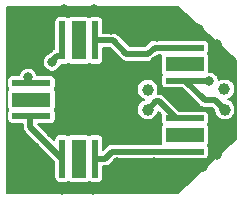
<source format=gbr>
%TF.GenerationSoftware,KiCad,Pcbnew,(5.1.9)-1*%
%TF.CreationDate,2021-08-28T05:28:07+03:00*%
%TF.ProjectId,LED_Head_001,4c45445f-4865-4616-945f-3030312e6b69,rev?*%
%TF.SameCoordinates,Original*%
%TF.FileFunction,Copper,L1,Top*%
%TF.FilePolarity,Positive*%
%FSLAX46Y46*%
G04 Gerber Fmt 4.6, Leading zero omitted, Abs format (unit mm)*
G04 Created by KiCad (PCBNEW (5.1.9)-1) date 2021-08-28 05:28:07*
%MOMM*%
%LPD*%
G01*
G04 APERTURE LIST*
%TA.AperFunction,SMDPad,CuDef*%
%ADD10R,3.300000X0.500000*%
%TD*%
%TA.AperFunction,SMDPad,CuDef*%
%ADD11R,3.300000X1.300000*%
%TD*%
%TA.AperFunction,SMDPad,CuDef*%
%ADD12R,1.300000X3.300000*%
%TD*%
%TA.AperFunction,SMDPad,CuDef*%
%ADD13R,0.500000X3.300000*%
%TD*%
%TA.AperFunction,ComponentPad*%
%ADD14C,1.000000*%
%TD*%
%TA.AperFunction,ComponentPad*%
%ADD15C,1.400000*%
%TD*%
%TA.AperFunction,ComponentPad*%
%ADD16C,1.900000*%
%TD*%
%TA.AperFunction,ViaPad*%
%ADD17C,0.800000*%
%TD*%
%TA.AperFunction,Conductor*%
%ADD18C,0.500000*%
%TD*%
%TA.AperFunction,Conductor*%
%ADD19C,0.200000*%
%TD*%
%TA.AperFunction,Conductor*%
%ADD20C,0.100000*%
%TD*%
G04 APERTURE END LIST*
D10*
%TO.P,D1,2*%
%TO.N,Net-(D1-Pad2)*%
X-17841700Y1400000D03*
%TO.P,D1,1*%
%TO.N,Net-(D1-Pad1)*%
X-17841700Y-1400000D03*
D11*
%TO.P,D1,3*%
%TO.N,N/C*%
X-17841700Y0D03*
%TD*%
%TO.P,D2,3*%
%TO.N,N/C*%
X-4841700Y3000000D03*
D10*
%TO.P,D2,1*%
%TO.N,Net-(D2-Pad1)*%
X-4841700Y4400000D03*
%TO.P,D2,2*%
%TO.N,Net-(C2-Pad1)*%
X-4841700Y1600000D03*
%TD*%
D12*
%TO.P,D3,3*%
%TO.N,N/C*%
X-13841700Y-5000000D03*
D13*
%TO.P,D3,1*%
%TO.N,Net-(D3-Pad1)*%
X-12441700Y-5000000D03*
%TO.P,D3,2*%
%TO.N,Net-(D1-Pad1)*%
X-15241700Y-5000000D03*
%TD*%
%TO.P,D4,2*%
%TO.N,Net-(D2-Pad1)*%
X-12441700Y5000000D03*
%TO.P,D4,1*%
%TO.N,Net-(D4-Pad1)*%
X-15241700Y5000000D03*
D12*
%TO.P,D4,3*%
%TO.N,N/C*%
X-13841700Y5000000D03*
%TD*%
D10*
%TO.P,D5,2*%
%TO.N,Net-(D3-Pad1)*%
X-4841700Y-4400000D03*
%TO.P,D5,1*%
%TO.N,Net-(C1-Pad2)*%
X-4841700Y-1600000D03*
D11*
%TO.P,D5,3*%
%TO.N,N/C*%
X-4841700Y-3000000D03*
%TD*%
D14*
%TO.P,J1,1*%
%TO.N,Net-(C1-Pad1)*%
X-8000000Y850000D03*
%TD*%
%TO.P,J2,1*%
%TO.N,Net-(C1-Pad2)*%
X-8000000Y-850000D03*
%TD*%
D15*
%TO.P,J3,1*%
%TO.N,GND*%
X-5700000Y7200000D03*
%TD*%
%TO.P,J4,1*%
%TO.N,GND*%
X-1175000Y3025000D03*
%TD*%
D16*
%TO.P,J5,1*%
%TO.N,GND*%
X-18341700Y6000000D03*
%TD*%
%TO.P,J6,1*%
%TO.N,GND*%
X-9091700Y-6250000D03*
%TD*%
%TO.P,J7,1*%
%TO.N,GND*%
X-9091700Y6250000D03*
%TD*%
%TO.P,J8,1*%
%TO.N,GND*%
X-18341700Y-6000000D03*
%TD*%
D15*
%TO.P,J9,1*%
%TO.N,GND*%
X-5700000Y-7200000D03*
%TD*%
%TO.P,J10,1*%
%TO.N,GND*%
X-1175000Y-3025000D03*
%TD*%
D14*
%TO.P,J11,1*%
%TO.N,Net-(C2-Pad1)*%
X-1475000Y-850000D03*
%TD*%
%TO.P,J12,1*%
%TO.N,Net-(C2-Pad2)*%
X-1500000Y875000D03*
%TD*%
D17*
%TO.N,Net-(D4-Pad1)*%
X-16100000Y3175000D03*
%TO.N,GND*%
X-10575000Y-5325000D03*
X-10550000Y-3450000D03*
X-7400000Y-3325000D03*
X-7475000Y-5275000D03*
X-16150000Y-2825000D03*
X-17525000Y-4050000D03*
X-11150000Y5900000D03*
X-11325000Y4025000D03*
X-7350000Y3250000D03*
X-7250000Y5275000D03*
X-16450000Y5300000D03*
X-12525000Y7650000D03*
X-15075000Y7650000D03*
X-15225000Y-7700000D03*
X-12625000Y-7675000D03*
X-4700000Y-200000D03*
X-8575000Y2050000D03*
X-8650000Y-2225000D03*
X-5900000Y-75000D03*
X-13400000Y2400000D03*
X-13550000Y-2450000D03*
X-2175000Y4700000D03*
X-3675000Y5975000D03*
X-3350000Y-5675000D03*
X-2150000Y-4675000D03*
%TO.N,Net-(C2-Pad1)*%
X-2800000Y1575000D03*
%TO.N,Net-(D1-Pad2)*%
X-18125000Y1900000D03*
%TD*%
D18*
%TO.N,Net-(C1-Pad2)*%
X-4825000Y-1583300D02*
X-4841700Y-1600000D01*
X-4841700Y-1600000D02*
X-5625000Y-1600000D01*
X-5625000Y-1600000D02*
X-7075000Y-150000D01*
X-7300000Y-150000D02*
X-8000000Y-850000D01*
X-7075000Y-150000D02*
X-7300000Y-150000D01*
%TO.N,Net-(D1-Pad1)*%
X-17925000Y-1483300D02*
X-17841700Y-1400000D01*
X-17925000Y-2325000D02*
X-17925000Y-1483300D01*
X-15250000Y-5000000D02*
X-17925000Y-2325000D01*
X-15241700Y-5000000D02*
X-15250000Y-5000000D01*
%TO.N,Net-(D2-Pad1)*%
X-4841700Y4400000D02*
X-7425000Y4400000D01*
X-7425000Y4400000D02*
X-7975000Y3850000D01*
X-7975000Y3850000D02*
X-9800000Y3850000D01*
X-10950000Y5000000D02*
X-12441700Y5000000D01*
X-9800000Y3850000D02*
X-10950000Y5000000D01*
%TO.N,Net-(D3-Pad1)*%
X-4841700Y-4400000D02*
X-11000000Y-4400000D01*
X-11600000Y-5000000D02*
X-12441700Y-5000000D01*
X-11000000Y-4400000D02*
X-11600000Y-5000000D01*
%TO.N,Net-(D4-Pad1)*%
X-15241700Y3650000D02*
X-15675000Y3650000D01*
X-16100000Y3200000D02*
X-16100000Y3175000D01*
X-15700000Y3650000D02*
X-16000000Y3350000D01*
%TO.N,Net-(C2-Pad1)*%
X-1475000Y-850000D02*
X-2275000Y-50000D01*
X-3191700Y-50000D02*
X-4841700Y1600000D01*
X-2275000Y-50000D02*
X-3191700Y-50000D01*
X-4816700Y1575000D02*
X-4841700Y1600000D01*
X-2800000Y1575000D02*
X-4816700Y1575000D01*
%TO.N,Net-(D1-Pad2)*%
X-17875000Y1433300D02*
X-17841700Y1400000D01*
X-18100000Y1900000D02*
X-18100000Y1433300D01*
%TD*%
D19*
%TO.N,GND*%
X-558299Y3364128D02*
X-558300Y-3364129D01*
X-5448677Y-7875000D01*
X-19916700Y-7875000D01*
X-19916700Y1650000D01*
X-19893635Y1650000D01*
X-19893635Y1150000D01*
X-19885912Y1071586D01*
X-19863040Y996186D01*
X-19825897Y926697D01*
X-19803987Y900000D01*
X-19825897Y873303D01*
X-19863040Y803814D01*
X-19885912Y728414D01*
X-19893635Y650000D01*
X-19893635Y-650000D01*
X-19885912Y-728414D01*
X-19863040Y-803814D01*
X-19825897Y-873303D01*
X-19803987Y-900000D01*
X-19825897Y-926697D01*
X-19863040Y-996186D01*
X-19885912Y-1071586D01*
X-19893635Y-1150000D01*
X-19893635Y-1650000D01*
X-19885912Y-1728414D01*
X-19863040Y-1803814D01*
X-19825897Y-1873303D01*
X-19775911Y-1934211D01*
X-19715003Y-1984197D01*
X-19645514Y-2021340D01*
X-19570114Y-2044212D01*
X-19491700Y-2051935D01*
X-18575000Y-2051935D01*
X-18575000Y-2293079D01*
X-18578144Y-2325000D01*
X-18575000Y-2356921D01*
X-18575000Y-2356931D01*
X-18565595Y-2452421D01*
X-18528427Y-2574947D01*
X-18468070Y-2687868D01*
X-18417631Y-2749328D01*
X-18386843Y-2786843D01*
X-18362038Y-2807200D01*
X-15893635Y-5275604D01*
X-15893635Y-6650000D01*
X-15885912Y-6728414D01*
X-15863040Y-6803814D01*
X-15825897Y-6873303D01*
X-15775911Y-6934211D01*
X-15715003Y-6984197D01*
X-15645514Y-7021340D01*
X-15570114Y-7044212D01*
X-15491700Y-7051935D01*
X-14991700Y-7051935D01*
X-14913286Y-7044212D01*
X-14837886Y-7021340D01*
X-14768397Y-6984197D01*
X-14741700Y-6962287D01*
X-14715003Y-6984197D01*
X-14645514Y-7021340D01*
X-14570114Y-7044212D01*
X-14491700Y-7051935D01*
X-13191700Y-7051935D01*
X-13113286Y-7044212D01*
X-13037886Y-7021340D01*
X-12968397Y-6984197D01*
X-12941700Y-6962287D01*
X-12915003Y-6984197D01*
X-12845514Y-7021340D01*
X-12770114Y-7044212D01*
X-12691700Y-7051935D01*
X-12191700Y-7051935D01*
X-12113286Y-7044212D01*
X-12037886Y-7021340D01*
X-11968397Y-6984197D01*
X-11907489Y-6934211D01*
X-11857503Y-6873303D01*
X-11820360Y-6803814D01*
X-11797488Y-6728414D01*
X-11789765Y-6650000D01*
X-11789765Y-5650000D01*
X-11631921Y-5650000D01*
X-11600000Y-5653144D01*
X-11568079Y-5650000D01*
X-11568068Y-5650000D01*
X-11472578Y-5640595D01*
X-11350052Y-5603427D01*
X-11237132Y-5543070D01*
X-11138157Y-5461843D01*
X-11117800Y-5437038D01*
X-10730761Y-5050000D01*
X-6511347Y-5050000D01*
X-6491700Y-5051935D01*
X-3191700Y-5051935D01*
X-3113286Y-5044212D01*
X-3037886Y-5021340D01*
X-2968397Y-4984197D01*
X-2907489Y-4934211D01*
X-2857503Y-4873303D01*
X-2820360Y-4803814D01*
X-2797488Y-4728414D01*
X-2789765Y-4650000D01*
X-2789765Y-4150000D01*
X-2797488Y-4071586D01*
X-2820360Y-3996186D01*
X-2857503Y-3926697D01*
X-2879413Y-3900000D01*
X-2857503Y-3873303D01*
X-2820360Y-3803814D01*
X-2797488Y-3728414D01*
X-2789765Y-3650000D01*
X-2789765Y-2350000D01*
X-2797488Y-2271586D01*
X-2820360Y-2196186D01*
X-2857503Y-2126697D01*
X-2879413Y-2100000D01*
X-2857503Y-2073303D01*
X-2820360Y-2003814D01*
X-2797488Y-1928414D01*
X-2789765Y-1850000D01*
X-2789765Y-1350000D01*
X-2797488Y-1271586D01*
X-2820360Y-1196186D01*
X-2857503Y-1126697D01*
X-2907489Y-1065789D01*
X-2968397Y-1015803D01*
X-3037886Y-978660D01*
X-3113286Y-955788D01*
X-3191700Y-948065D01*
X-4679913Y-948065D01*
X-4697579Y-942706D01*
X-4825001Y-930156D01*
X-4952422Y-942706D01*
X-4970088Y-948065D01*
X-5357697Y-948065D01*
X-6592800Y287038D01*
X-6613157Y311843D01*
X-6712132Y393070D01*
X-6825052Y453427D01*
X-6947578Y490595D01*
X-7043068Y500000D01*
X-7043079Y500000D01*
X-7075000Y503144D01*
X-7106921Y500000D01*
X-7170821Y500000D01*
X-7134586Y587480D01*
X-7100000Y761358D01*
X-7100000Y938642D01*
X-7134586Y1112520D01*
X-7202430Y1276310D01*
X-7300924Y1423717D01*
X-7426283Y1549076D01*
X-7573690Y1647570D01*
X-7737480Y1715414D01*
X-7911358Y1750000D01*
X-8088642Y1750000D01*
X-8262520Y1715414D01*
X-8426310Y1647570D01*
X-8573717Y1549076D01*
X-8699076Y1423717D01*
X-8797570Y1276310D01*
X-8865414Y1112520D01*
X-8900000Y938642D01*
X-8900000Y761358D01*
X-8865414Y587480D01*
X-8797570Y423690D01*
X-8699076Y276283D01*
X-8573717Y150924D01*
X-8426310Y52430D01*
X-8299733Y0D01*
X-8426310Y-52430D01*
X-8573717Y-150924D01*
X-8699076Y-276283D01*
X-8797570Y-423690D01*
X-8865414Y-587480D01*
X-8900000Y-761358D01*
X-8900000Y-938642D01*
X-8865414Y-1112520D01*
X-8797570Y-1276310D01*
X-8699076Y-1423717D01*
X-8573717Y-1549076D01*
X-8426310Y-1647570D01*
X-8262520Y-1715414D01*
X-8088642Y-1750000D01*
X-7911358Y-1750000D01*
X-7737480Y-1715414D01*
X-7573690Y-1647570D01*
X-7426283Y-1549076D01*
X-7300924Y-1423717D01*
X-7202430Y-1276310D01*
X-7134586Y-1112520D01*
X-7117519Y-1026719D01*
X-6882826Y-1261412D01*
X-6885912Y-1271586D01*
X-6893635Y-1350000D01*
X-6893635Y-1850000D01*
X-6885912Y-1928414D01*
X-6863040Y-2003814D01*
X-6825897Y-2073303D01*
X-6803987Y-2100000D01*
X-6825897Y-2126697D01*
X-6863040Y-2196186D01*
X-6885912Y-2271586D01*
X-6893635Y-2350000D01*
X-6893635Y-3650000D01*
X-6885912Y-3728414D01*
X-6879364Y-3750000D01*
X-10968080Y-3750000D01*
X-11000001Y-3746856D01*
X-11031922Y-3750000D01*
X-11031932Y-3750000D01*
X-11127422Y-3759405D01*
X-11249948Y-3796573D01*
X-11362868Y-3856930D01*
X-11362870Y-3856931D01*
X-11362869Y-3856931D01*
X-11437041Y-3917802D01*
X-11437043Y-3917804D01*
X-11461843Y-3938157D01*
X-11482196Y-3962957D01*
X-11789765Y-4270527D01*
X-11789765Y-3350000D01*
X-11797488Y-3271586D01*
X-11820360Y-3196186D01*
X-11857503Y-3126697D01*
X-11907489Y-3065789D01*
X-11968397Y-3015803D01*
X-12037886Y-2978660D01*
X-12113286Y-2955788D01*
X-12191700Y-2948065D01*
X-12691700Y-2948065D01*
X-12770114Y-2955788D01*
X-12845514Y-2978660D01*
X-12915003Y-3015803D01*
X-12941700Y-3037713D01*
X-12968397Y-3015803D01*
X-13037886Y-2978660D01*
X-13113286Y-2955788D01*
X-13191700Y-2948065D01*
X-14491700Y-2948065D01*
X-14570114Y-2955788D01*
X-14645514Y-2978660D01*
X-14715003Y-3015803D01*
X-14741700Y-3037713D01*
X-14768397Y-3015803D01*
X-14837886Y-2978660D01*
X-14913286Y-2955788D01*
X-14991700Y-2948065D01*
X-15491700Y-2948065D01*
X-15570114Y-2955788D01*
X-15645514Y-2978660D01*
X-15715003Y-3015803D01*
X-15775911Y-3065789D01*
X-15825897Y-3126697D01*
X-15863040Y-3196186D01*
X-15885912Y-3271586D01*
X-15893635Y-3350000D01*
X-15893635Y-3437126D01*
X-17275000Y-2055762D01*
X-17275000Y-2051935D01*
X-16191700Y-2051935D01*
X-16113286Y-2044212D01*
X-16037886Y-2021340D01*
X-15968397Y-1984197D01*
X-15907489Y-1934211D01*
X-15857503Y-1873303D01*
X-15820360Y-1803814D01*
X-15797488Y-1728414D01*
X-15789765Y-1650000D01*
X-15789765Y-1150000D01*
X-15797488Y-1071586D01*
X-15820360Y-996186D01*
X-15857503Y-926697D01*
X-15879413Y-900000D01*
X-15857503Y-873303D01*
X-15820360Y-803814D01*
X-15797488Y-728414D01*
X-15789765Y-650000D01*
X-15789765Y650000D01*
X-15797488Y728414D01*
X-15820360Y803814D01*
X-15857503Y873303D01*
X-15879413Y900000D01*
X-15857503Y926697D01*
X-15820360Y996186D01*
X-15797488Y1071586D01*
X-15789765Y1150000D01*
X-15789765Y1650000D01*
X-15797488Y1728414D01*
X-15820360Y1803814D01*
X-15857503Y1873303D01*
X-15907489Y1934211D01*
X-15968397Y1984197D01*
X-16037886Y2021340D01*
X-16113286Y2044212D01*
X-16191700Y2051935D01*
X-17339549Y2051935D01*
X-17355743Y2133351D01*
X-17416049Y2278942D01*
X-17503599Y2409970D01*
X-17615030Y2521401D01*
X-17746058Y2608951D01*
X-17891649Y2669257D01*
X-18046207Y2700000D01*
X-18203793Y2700000D01*
X-18358351Y2669257D01*
X-18503942Y2608951D01*
X-18634970Y2521401D01*
X-18746401Y2409970D01*
X-18833951Y2278942D01*
X-18894257Y2133351D01*
X-18910451Y2051935D01*
X-19491700Y2051935D01*
X-19570114Y2044212D01*
X-19645514Y2021340D01*
X-19715003Y1984197D01*
X-19775911Y1934211D01*
X-19825897Y1873303D01*
X-19863040Y1803814D01*
X-19885912Y1728414D01*
X-19893635Y1650000D01*
X-19916700Y1650000D01*
X-19916700Y3253793D01*
X-16900000Y3253793D01*
X-16900000Y3096207D01*
X-16869257Y2941649D01*
X-16808951Y2796058D01*
X-16721401Y2665030D01*
X-16609970Y2553599D01*
X-16478942Y2466049D01*
X-16333351Y2405743D01*
X-16178793Y2375000D01*
X-16021207Y2375000D01*
X-15866649Y2405743D01*
X-15721058Y2466049D01*
X-15590030Y2553599D01*
X-15478599Y2665030D01*
X-15391049Y2796058D01*
X-15330743Y2941649D01*
X-15329467Y2948065D01*
X-14991700Y2948065D01*
X-14913286Y2955788D01*
X-14837886Y2978660D01*
X-14768397Y3015803D01*
X-14741700Y3037713D01*
X-14715003Y3015803D01*
X-14645514Y2978660D01*
X-14570114Y2955788D01*
X-14491700Y2948065D01*
X-13191700Y2948065D01*
X-13113286Y2955788D01*
X-13037886Y2978660D01*
X-12968397Y3015803D01*
X-12941700Y3037713D01*
X-12915003Y3015803D01*
X-12845514Y2978660D01*
X-12770114Y2955788D01*
X-12691700Y2948065D01*
X-12191700Y2948065D01*
X-12113286Y2955788D01*
X-12037886Y2978660D01*
X-11968397Y3015803D01*
X-11907489Y3065789D01*
X-11857503Y3126697D01*
X-11820360Y3196186D01*
X-11797488Y3271586D01*
X-11789765Y3350000D01*
X-11789765Y4350000D01*
X-11219238Y4350000D01*
X-10282196Y3412957D01*
X-10261843Y3388157D01*
X-10237043Y3367804D01*
X-10237040Y3367801D01*
X-10162868Y3306930D01*
X-10049948Y3246573D01*
X-9927422Y3209405D01*
X-9831932Y3200000D01*
X-9831924Y3200000D01*
X-9800000Y3196856D01*
X-9768076Y3200000D01*
X-8006921Y3200000D01*
X-7975000Y3196856D01*
X-7943079Y3200000D01*
X-7943068Y3200000D01*
X-7847578Y3209405D01*
X-7725052Y3246573D01*
X-7612132Y3306930D01*
X-7513157Y3388157D01*
X-7492800Y3412962D01*
X-7155761Y3750000D01*
X-6879364Y3750000D01*
X-6885912Y3728414D01*
X-6893635Y3650000D01*
X-6893635Y2350000D01*
X-6885912Y2271586D01*
X-6863040Y2196186D01*
X-6825897Y2126697D01*
X-6803987Y2100000D01*
X-6825897Y2073303D01*
X-6863040Y2003814D01*
X-6885912Y1928414D01*
X-6893635Y1850000D01*
X-6893635Y1350000D01*
X-6885912Y1271586D01*
X-6863040Y1196186D01*
X-6825897Y1126697D01*
X-6775911Y1065789D01*
X-6715003Y1015803D01*
X-6645514Y978660D01*
X-6570114Y955788D01*
X-6491700Y948065D01*
X-5109003Y948065D01*
X-3673896Y-487043D01*
X-3653543Y-511843D01*
X-3628743Y-532196D01*
X-3628741Y-532198D01*
X-3575863Y-575593D01*
X-3554568Y-593070D01*
X-3441648Y-653427D01*
X-3319122Y-690595D01*
X-3223632Y-700000D01*
X-3223622Y-700000D01*
X-3191701Y-703144D01*
X-3159780Y-700000D01*
X-2544238Y-700000D01*
X-2375000Y-869238D01*
X-2375000Y-938642D01*
X-2340414Y-1112520D01*
X-2272570Y-1276310D01*
X-2174076Y-1423717D01*
X-2048717Y-1549076D01*
X-1901310Y-1647570D01*
X-1737520Y-1715414D01*
X-1563642Y-1750000D01*
X-1386358Y-1750000D01*
X-1212480Y-1715414D01*
X-1048690Y-1647570D01*
X-901283Y-1549076D01*
X-775924Y-1423717D01*
X-677430Y-1276310D01*
X-609586Y-1112520D01*
X-575000Y-938642D01*
X-575000Y-761358D01*
X-609586Y-587480D01*
X-677430Y-423690D01*
X-775924Y-276283D01*
X-901283Y-150924D01*
X-1048690Y-52430D01*
X-1212480Y15414D01*
X-1219864Y16883D01*
X-1073690Y77430D01*
X-926283Y175924D01*
X-800924Y301283D01*
X-702430Y448690D01*
X-634586Y612480D01*
X-600000Y786358D01*
X-600000Y963642D01*
X-634586Y1137520D01*
X-702430Y1301310D01*
X-800924Y1448717D01*
X-926283Y1574076D01*
X-1073690Y1672570D01*
X-1237480Y1740414D01*
X-1411358Y1775000D01*
X-1588642Y1775000D01*
X-1762520Y1740414D01*
X-1926310Y1672570D01*
X-2000000Y1623332D01*
X-2000000Y1653793D01*
X-2030743Y1808351D01*
X-2091049Y1953942D01*
X-2178599Y2084970D01*
X-2290030Y2196401D01*
X-2421058Y2283951D01*
X-2566649Y2344257D01*
X-2721207Y2375000D01*
X-2789765Y2375000D01*
X-2789765Y3650000D01*
X-2797488Y3728414D01*
X-2820360Y3803814D01*
X-2857503Y3873303D01*
X-2879413Y3900000D01*
X-2857503Y3926697D01*
X-2820360Y3996186D01*
X-2797488Y4071586D01*
X-2789765Y4150000D01*
X-2789765Y4650000D01*
X-2797488Y4728414D01*
X-2820360Y4803814D01*
X-2857503Y4873303D01*
X-2907489Y4934211D01*
X-2968397Y4984197D01*
X-3037886Y5021340D01*
X-3113286Y5044212D01*
X-3191700Y5051935D01*
X-6491700Y5051935D01*
X-6511347Y5050000D01*
X-7393080Y5050000D01*
X-7425001Y5053144D01*
X-7456922Y5050000D01*
X-7456932Y5050000D01*
X-7552422Y5040595D01*
X-7674948Y5003427D01*
X-7787868Y4943070D01*
X-7787870Y4943069D01*
X-7787869Y4943069D01*
X-7862041Y4882198D01*
X-7862043Y4882196D01*
X-7886843Y4861843D01*
X-7907196Y4837043D01*
X-8244238Y4500000D01*
X-9530761Y4500000D01*
X-10467800Y5437038D01*
X-10488157Y5461843D01*
X-10587132Y5543070D01*
X-10700052Y5603427D01*
X-10822578Y5640595D01*
X-10918068Y5650000D01*
X-10918079Y5650000D01*
X-10950000Y5653144D01*
X-10981921Y5650000D01*
X-11789765Y5650000D01*
X-11789765Y6650000D01*
X-11797488Y6728414D01*
X-11820360Y6803814D01*
X-11857503Y6873303D01*
X-11907489Y6934211D01*
X-11968397Y6984197D01*
X-12037886Y7021340D01*
X-12113286Y7044212D01*
X-12191700Y7051935D01*
X-12691700Y7051935D01*
X-12770114Y7044212D01*
X-12845514Y7021340D01*
X-12915003Y6984197D01*
X-12941700Y6962287D01*
X-12968397Y6984197D01*
X-13037886Y7021340D01*
X-13113286Y7044212D01*
X-13191700Y7051935D01*
X-14491700Y7051935D01*
X-14570114Y7044212D01*
X-14645514Y7021340D01*
X-14715003Y6984197D01*
X-14741700Y6962287D01*
X-14768397Y6984197D01*
X-14837886Y7021340D01*
X-14913286Y7044212D01*
X-14991700Y7051935D01*
X-15491700Y7051935D01*
X-15570114Y7044212D01*
X-15645514Y7021340D01*
X-15715003Y6984197D01*
X-15775911Y6934211D01*
X-15825897Y6873303D01*
X-15863040Y6803814D01*
X-15885912Y6728414D01*
X-15893635Y6650000D01*
X-15893635Y4270509D01*
X-15949948Y4253427D01*
X-16062868Y4193069D01*
X-16137040Y4132198D01*
X-16322903Y3946335D01*
X-16333351Y3944257D01*
X-16478942Y3883951D01*
X-16609970Y3796401D01*
X-16721401Y3684970D01*
X-16808951Y3553942D01*
X-16869257Y3408351D01*
X-16900000Y3253793D01*
X-19916700Y3253793D01*
X-19916700Y7875000D01*
X-5448677Y7875000D01*
X-558299Y3364128D01*
%TA.AperFunction,Conductor*%
D20*
G36*
X-558299Y3364128D02*
G01*
X-558300Y-3364129D01*
X-5448677Y-7875000D01*
X-19916700Y-7875000D01*
X-19916700Y1650000D01*
X-19893635Y1650000D01*
X-19893635Y1150000D01*
X-19885912Y1071586D01*
X-19863040Y996186D01*
X-19825897Y926697D01*
X-19803987Y900000D01*
X-19825897Y873303D01*
X-19863040Y803814D01*
X-19885912Y728414D01*
X-19893635Y650000D01*
X-19893635Y-650000D01*
X-19885912Y-728414D01*
X-19863040Y-803814D01*
X-19825897Y-873303D01*
X-19803987Y-900000D01*
X-19825897Y-926697D01*
X-19863040Y-996186D01*
X-19885912Y-1071586D01*
X-19893635Y-1150000D01*
X-19893635Y-1650000D01*
X-19885912Y-1728414D01*
X-19863040Y-1803814D01*
X-19825897Y-1873303D01*
X-19775911Y-1934211D01*
X-19715003Y-1984197D01*
X-19645514Y-2021340D01*
X-19570114Y-2044212D01*
X-19491700Y-2051935D01*
X-18575000Y-2051935D01*
X-18575000Y-2293079D01*
X-18578144Y-2325000D01*
X-18575000Y-2356921D01*
X-18575000Y-2356931D01*
X-18565595Y-2452421D01*
X-18528427Y-2574947D01*
X-18468070Y-2687868D01*
X-18417631Y-2749328D01*
X-18386843Y-2786843D01*
X-18362038Y-2807200D01*
X-15893635Y-5275604D01*
X-15893635Y-6650000D01*
X-15885912Y-6728414D01*
X-15863040Y-6803814D01*
X-15825897Y-6873303D01*
X-15775911Y-6934211D01*
X-15715003Y-6984197D01*
X-15645514Y-7021340D01*
X-15570114Y-7044212D01*
X-15491700Y-7051935D01*
X-14991700Y-7051935D01*
X-14913286Y-7044212D01*
X-14837886Y-7021340D01*
X-14768397Y-6984197D01*
X-14741700Y-6962287D01*
X-14715003Y-6984197D01*
X-14645514Y-7021340D01*
X-14570114Y-7044212D01*
X-14491700Y-7051935D01*
X-13191700Y-7051935D01*
X-13113286Y-7044212D01*
X-13037886Y-7021340D01*
X-12968397Y-6984197D01*
X-12941700Y-6962287D01*
X-12915003Y-6984197D01*
X-12845514Y-7021340D01*
X-12770114Y-7044212D01*
X-12691700Y-7051935D01*
X-12191700Y-7051935D01*
X-12113286Y-7044212D01*
X-12037886Y-7021340D01*
X-11968397Y-6984197D01*
X-11907489Y-6934211D01*
X-11857503Y-6873303D01*
X-11820360Y-6803814D01*
X-11797488Y-6728414D01*
X-11789765Y-6650000D01*
X-11789765Y-5650000D01*
X-11631921Y-5650000D01*
X-11600000Y-5653144D01*
X-11568079Y-5650000D01*
X-11568068Y-5650000D01*
X-11472578Y-5640595D01*
X-11350052Y-5603427D01*
X-11237132Y-5543070D01*
X-11138157Y-5461843D01*
X-11117800Y-5437038D01*
X-10730761Y-5050000D01*
X-6511347Y-5050000D01*
X-6491700Y-5051935D01*
X-3191700Y-5051935D01*
X-3113286Y-5044212D01*
X-3037886Y-5021340D01*
X-2968397Y-4984197D01*
X-2907489Y-4934211D01*
X-2857503Y-4873303D01*
X-2820360Y-4803814D01*
X-2797488Y-4728414D01*
X-2789765Y-4650000D01*
X-2789765Y-4150000D01*
X-2797488Y-4071586D01*
X-2820360Y-3996186D01*
X-2857503Y-3926697D01*
X-2879413Y-3900000D01*
X-2857503Y-3873303D01*
X-2820360Y-3803814D01*
X-2797488Y-3728414D01*
X-2789765Y-3650000D01*
X-2789765Y-2350000D01*
X-2797488Y-2271586D01*
X-2820360Y-2196186D01*
X-2857503Y-2126697D01*
X-2879413Y-2100000D01*
X-2857503Y-2073303D01*
X-2820360Y-2003814D01*
X-2797488Y-1928414D01*
X-2789765Y-1850000D01*
X-2789765Y-1350000D01*
X-2797488Y-1271586D01*
X-2820360Y-1196186D01*
X-2857503Y-1126697D01*
X-2907489Y-1065789D01*
X-2968397Y-1015803D01*
X-3037886Y-978660D01*
X-3113286Y-955788D01*
X-3191700Y-948065D01*
X-4679913Y-948065D01*
X-4697579Y-942706D01*
X-4825001Y-930156D01*
X-4952422Y-942706D01*
X-4970088Y-948065D01*
X-5357697Y-948065D01*
X-6592800Y287038D01*
X-6613157Y311843D01*
X-6712132Y393070D01*
X-6825052Y453427D01*
X-6947578Y490595D01*
X-7043068Y500000D01*
X-7043079Y500000D01*
X-7075000Y503144D01*
X-7106921Y500000D01*
X-7170821Y500000D01*
X-7134586Y587480D01*
X-7100000Y761358D01*
X-7100000Y938642D01*
X-7134586Y1112520D01*
X-7202430Y1276310D01*
X-7300924Y1423717D01*
X-7426283Y1549076D01*
X-7573690Y1647570D01*
X-7737480Y1715414D01*
X-7911358Y1750000D01*
X-8088642Y1750000D01*
X-8262520Y1715414D01*
X-8426310Y1647570D01*
X-8573717Y1549076D01*
X-8699076Y1423717D01*
X-8797570Y1276310D01*
X-8865414Y1112520D01*
X-8900000Y938642D01*
X-8900000Y761358D01*
X-8865414Y587480D01*
X-8797570Y423690D01*
X-8699076Y276283D01*
X-8573717Y150924D01*
X-8426310Y52430D01*
X-8299733Y0D01*
X-8426310Y-52430D01*
X-8573717Y-150924D01*
X-8699076Y-276283D01*
X-8797570Y-423690D01*
X-8865414Y-587480D01*
X-8900000Y-761358D01*
X-8900000Y-938642D01*
X-8865414Y-1112520D01*
X-8797570Y-1276310D01*
X-8699076Y-1423717D01*
X-8573717Y-1549076D01*
X-8426310Y-1647570D01*
X-8262520Y-1715414D01*
X-8088642Y-1750000D01*
X-7911358Y-1750000D01*
X-7737480Y-1715414D01*
X-7573690Y-1647570D01*
X-7426283Y-1549076D01*
X-7300924Y-1423717D01*
X-7202430Y-1276310D01*
X-7134586Y-1112520D01*
X-7117519Y-1026719D01*
X-6882826Y-1261412D01*
X-6885912Y-1271586D01*
X-6893635Y-1350000D01*
X-6893635Y-1850000D01*
X-6885912Y-1928414D01*
X-6863040Y-2003814D01*
X-6825897Y-2073303D01*
X-6803987Y-2100000D01*
X-6825897Y-2126697D01*
X-6863040Y-2196186D01*
X-6885912Y-2271586D01*
X-6893635Y-2350000D01*
X-6893635Y-3650000D01*
X-6885912Y-3728414D01*
X-6879364Y-3750000D01*
X-10968080Y-3750000D01*
X-11000001Y-3746856D01*
X-11031922Y-3750000D01*
X-11031932Y-3750000D01*
X-11127422Y-3759405D01*
X-11249948Y-3796573D01*
X-11362868Y-3856930D01*
X-11362870Y-3856931D01*
X-11362869Y-3856931D01*
X-11437041Y-3917802D01*
X-11437043Y-3917804D01*
X-11461843Y-3938157D01*
X-11482196Y-3962957D01*
X-11789765Y-4270527D01*
X-11789765Y-3350000D01*
X-11797488Y-3271586D01*
X-11820360Y-3196186D01*
X-11857503Y-3126697D01*
X-11907489Y-3065789D01*
X-11968397Y-3015803D01*
X-12037886Y-2978660D01*
X-12113286Y-2955788D01*
X-12191700Y-2948065D01*
X-12691700Y-2948065D01*
X-12770114Y-2955788D01*
X-12845514Y-2978660D01*
X-12915003Y-3015803D01*
X-12941700Y-3037713D01*
X-12968397Y-3015803D01*
X-13037886Y-2978660D01*
X-13113286Y-2955788D01*
X-13191700Y-2948065D01*
X-14491700Y-2948065D01*
X-14570114Y-2955788D01*
X-14645514Y-2978660D01*
X-14715003Y-3015803D01*
X-14741700Y-3037713D01*
X-14768397Y-3015803D01*
X-14837886Y-2978660D01*
X-14913286Y-2955788D01*
X-14991700Y-2948065D01*
X-15491700Y-2948065D01*
X-15570114Y-2955788D01*
X-15645514Y-2978660D01*
X-15715003Y-3015803D01*
X-15775911Y-3065789D01*
X-15825897Y-3126697D01*
X-15863040Y-3196186D01*
X-15885912Y-3271586D01*
X-15893635Y-3350000D01*
X-15893635Y-3437126D01*
X-17275000Y-2055762D01*
X-17275000Y-2051935D01*
X-16191700Y-2051935D01*
X-16113286Y-2044212D01*
X-16037886Y-2021340D01*
X-15968397Y-1984197D01*
X-15907489Y-1934211D01*
X-15857503Y-1873303D01*
X-15820360Y-1803814D01*
X-15797488Y-1728414D01*
X-15789765Y-1650000D01*
X-15789765Y-1150000D01*
X-15797488Y-1071586D01*
X-15820360Y-996186D01*
X-15857503Y-926697D01*
X-15879413Y-900000D01*
X-15857503Y-873303D01*
X-15820360Y-803814D01*
X-15797488Y-728414D01*
X-15789765Y-650000D01*
X-15789765Y650000D01*
X-15797488Y728414D01*
X-15820360Y803814D01*
X-15857503Y873303D01*
X-15879413Y900000D01*
X-15857503Y926697D01*
X-15820360Y996186D01*
X-15797488Y1071586D01*
X-15789765Y1150000D01*
X-15789765Y1650000D01*
X-15797488Y1728414D01*
X-15820360Y1803814D01*
X-15857503Y1873303D01*
X-15907489Y1934211D01*
X-15968397Y1984197D01*
X-16037886Y2021340D01*
X-16113286Y2044212D01*
X-16191700Y2051935D01*
X-17339549Y2051935D01*
X-17355743Y2133351D01*
X-17416049Y2278942D01*
X-17503599Y2409970D01*
X-17615030Y2521401D01*
X-17746058Y2608951D01*
X-17891649Y2669257D01*
X-18046207Y2700000D01*
X-18203793Y2700000D01*
X-18358351Y2669257D01*
X-18503942Y2608951D01*
X-18634970Y2521401D01*
X-18746401Y2409970D01*
X-18833951Y2278942D01*
X-18894257Y2133351D01*
X-18910451Y2051935D01*
X-19491700Y2051935D01*
X-19570114Y2044212D01*
X-19645514Y2021340D01*
X-19715003Y1984197D01*
X-19775911Y1934211D01*
X-19825897Y1873303D01*
X-19863040Y1803814D01*
X-19885912Y1728414D01*
X-19893635Y1650000D01*
X-19916700Y1650000D01*
X-19916700Y3253793D01*
X-16900000Y3253793D01*
X-16900000Y3096207D01*
X-16869257Y2941649D01*
X-16808951Y2796058D01*
X-16721401Y2665030D01*
X-16609970Y2553599D01*
X-16478942Y2466049D01*
X-16333351Y2405743D01*
X-16178793Y2375000D01*
X-16021207Y2375000D01*
X-15866649Y2405743D01*
X-15721058Y2466049D01*
X-15590030Y2553599D01*
X-15478599Y2665030D01*
X-15391049Y2796058D01*
X-15330743Y2941649D01*
X-15329467Y2948065D01*
X-14991700Y2948065D01*
X-14913286Y2955788D01*
X-14837886Y2978660D01*
X-14768397Y3015803D01*
X-14741700Y3037713D01*
X-14715003Y3015803D01*
X-14645514Y2978660D01*
X-14570114Y2955788D01*
X-14491700Y2948065D01*
X-13191700Y2948065D01*
X-13113286Y2955788D01*
X-13037886Y2978660D01*
X-12968397Y3015803D01*
X-12941700Y3037713D01*
X-12915003Y3015803D01*
X-12845514Y2978660D01*
X-12770114Y2955788D01*
X-12691700Y2948065D01*
X-12191700Y2948065D01*
X-12113286Y2955788D01*
X-12037886Y2978660D01*
X-11968397Y3015803D01*
X-11907489Y3065789D01*
X-11857503Y3126697D01*
X-11820360Y3196186D01*
X-11797488Y3271586D01*
X-11789765Y3350000D01*
X-11789765Y4350000D01*
X-11219238Y4350000D01*
X-10282196Y3412957D01*
X-10261843Y3388157D01*
X-10237043Y3367804D01*
X-10237040Y3367801D01*
X-10162868Y3306930D01*
X-10049948Y3246573D01*
X-9927422Y3209405D01*
X-9831932Y3200000D01*
X-9831924Y3200000D01*
X-9800000Y3196856D01*
X-9768076Y3200000D01*
X-8006921Y3200000D01*
X-7975000Y3196856D01*
X-7943079Y3200000D01*
X-7943068Y3200000D01*
X-7847578Y3209405D01*
X-7725052Y3246573D01*
X-7612132Y3306930D01*
X-7513157Y3388157D01*
X-7492800Y3412962D01*
X-7155761Y3750000D01*
X-6879364Y3750000D01*
X-6885912Y3728414D01*
X-6893635Y3650000D01*
X-6893635Y2350000D01*
X-6885912Y2271586D01*
X-6863040Y2196186D01*
X-6825897Y2126697D01*
X-6803987Y2100000D01*
X-6825897Y2073303D01*
X-6863040Y2003814D01*
X-6885912Y1928414D01*
X-6893635Y1850000D01*
X-6893635Y1350000D01*
X-6885912Y1271586D01*
X-6863040Y1196186D01*
X-6825897Y1126697D01*
X-6775911Y1065789D01*
X-6715003Y1015803D01*
X-6645514Y978660D01*
X-6570114Y955788D01*
X-6491700Y948065D01*
X-5109003Y948065D01*
X-3673896Y-487043D01*
X-3653543Y-511843D01*
X-3628743Y-532196D01*
X-3628741Y-532198D01*
X-3575863Y-575593D01*
X-3554568Y-593070D01*
X-3441648Y-653427D01*
X-3319122Y-690595D01*
X-3223632Y-700000D01*
X-3223622Y-700000D01*
X-3191701Y-703144D01*
X-3159780Y-700000D01*
X-2544238Y-700000D01*
X-2375000Y-869238D01*
X-2375000Y-938642D01*
X-2340414Y-1112520D01*
X-2272570Y-1276310D01*
X-2174076Y-1423717D01*
X-2048717Y-1549076D01*
X-1901310Y-1647570D01*
X-1737520Y-1715414D01*
X-1563642Y-1750000D01*
X-1386358Y-1750000D01*
X-1212480Y-1715414D01*
X-1048690Y-1647570D01*
X-901283Y-1549076D01*
X-775924Y-1423717D01*
X-677430Y-1276310D01*
X-609586Y-1112520D01*
X-575000Y-938642D01*
X-575000Y-761358D01*
X-609586Y-587480D01*
X-677430Y-423690D01*
X-775924Y-276283D01*
X-901283Y-150924D01*
X-1048690Y-52430D01*
X-1212480Y15414D01*
X-1219864Y16883D01*
X-1073690Y77430D01*
X-926283Y175924D01*
X-800924Y301283D01*
X-702430Y448690D01*
X-634586Y612480D01*
X-600000Y786358D01*
X-600000Y963642D01*
X-634586Y1137520D01*
X-702430Y1301310D01*
X-800924Y1448717D01*
X-926283Y1574076D01*
X-1073690Y1672570D01*
X-1237480Y1740414D01*
X-1411358Y1775000D01*
X-1588642Y1775000D01*
X-1762520Y1740414D01*
X-1926310Y1672570D01*
X-2000000Y1623332D01*
X-2000000Y1653793D01*
X-2030743Y1808351D01*
X-2091049Y1953942D01*
X-2178599Y2084970D01*
X-2290030Y2196401D01*
X-2421058Y2283951D01*
X-2566649Y2344257D01*
X-2721207Y2375000D01*
X-2789765Y2375000D01*
X-2789765Y3650000D01*
X-2797488Y3728414D01*
X-2820360Y3803814D01*
X-2857503Y3873303D01*
X-2879413Y3900000D01*
X-2857503Y3926697D01*
X-2820360Y3996186D01*
X-2797488Y4071586D01*
X-2789765Y4150000D01*
X-2789765Y4650000D01*
X-2797488Y4728414D01*
X-2820360Y4803814D01*
X-2857503Y4873303D01*
X-2907489Y4934211D01*
X-2968397Y4984197D01*
X-3037886Y5021340D01*
X-3113286Y5044212D01*
X-3191700Y5051935D01*
X-6491700Y5051935D01*
X-6511347Y5050000D01*
X-7393080Y5050000D01*
X-7425001Y5053144D01*
X-7456922Y5050000D01*
X-7456932Y5050000D01*
X-7552422Y5040595D01*
X-7674948Y5003427D01*
X-7787868Y4943070D01*
X-7787870Y4943069D01*
X-7787869Y4943069D01*
X-7862041Y4882198D01*
X-7862043Y4882196D01*
X-7886843Y4861843D01*
X-7907196Y4837043D01*
X-8244238Y4500000D01*
X-9530761Y4500000D01*
X-10467800Y5437038D01*
X-10488157Y5461843D01*
X-10587132Y5543070D01*
X-10700052Y5603427D01*
X-10822578Y5640595D01*
X-10918068Y5650000D01*
X-10918079Y5650000D01*
X-10950000Y5653144D01*
X-10981921Y5650000D01*
X-11789765Y5650000D01*
X-11789765Y6650000D01*
X-11797488Y6728414D01*
X-11820360Y6803814D01*
X-11857503Y6873303D01*
X-11907489Y6934211D01*
X-11968397Y6984197D01*
X-12037886Y7021340D01*
X-12113286Y7044212D01*
X-12191700Y7051935D01*
X-12691700Y7051935D01*
X-12770114Y7044212D01*
X-12845514Y7021340D01*
X-12915003Y6984197D01*
X-12941700Y6962287D01*
X-12968397Y6984197D01*
X-13037886Y7021340D01*
X-13113286Y7044212D01*
X-13191700Y7051935D01*
X-14491700Y7051935D01*
X-14570114Y7044212D01*
X-14645514Y7021340D01*
X-14715003Y6984197D01*
X-14741700Y6962287D01*
X-14768397Y6984197D01*
X-14837886Y7021340D01*
X-14913286Y7044212D01*
X-14991700Y7051935D01*
X-15491700Y7051935D01*
X-15570114Y7044212D01*
X-15645514Y7021340D01*
X-15715003Y6984197D01*
X-15775911Y6934211D01*
X-15825897Y6873303D01*
X-15863040Y6803814D01*
X-15885912Y6728414D01*
X-15893635Y6650000D01*
X-15893635Y4270509D01*
X-15949948Y4253427D01*
X-16062868Y4193069D01*
X-16137040Y4132198D01*
X-16322903Y3946335D01*
X-16333351Y3944257D01*
X-16478942Y3883951D01*
X-16609970Y3796401D01*
X-16721401Y3684970D01*
X-16808951Y3553942D01*
X-16869257Y3408351D01*
X-16900000Y3253793D01*
X-19916700Y3253793D01*
X-19916700Y7875000D01*
X-5448677Y7875000D01*
X-558299Y3364128D01*
G37*
%TD.AperFunction*%
%TD*%
M02*

</source>
